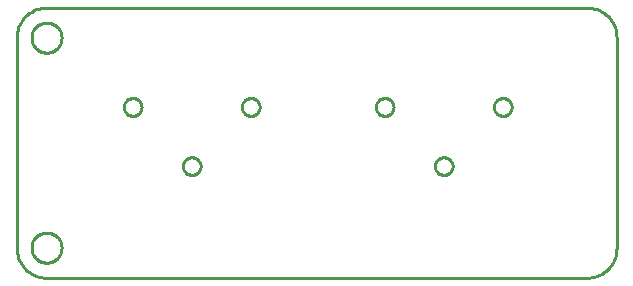
<source format=gbr>
G04 EAGLE Gerber RS-274X export*
G75*
%MOMM*%
%FSLAX34Y34*%
%LPD*%
%IN*%
%IPPOS*%
%AMOC8*
5,1,8,0,0,1.08239X$1,22.5*%
G01*
%ADD10C,0.254000*%


D10*
X0Y25400D02*
X97Y23186D01*
X386Y20989D01*
X865Y18826D01*
X1532Y16713D01*
X2380Y14666D01*
X3403Y12700D01*
X4594Y10831D01*
X5942Y9073D01*
X7440Y7440D01*
X9073Y5942D01*
X10831Y4594D01*
X12700Y3403D01*
X14666Y2380D01*
X16713Y1532D01*
X18826Y865D01*
X20989Y386D01*
X23186Y97D01*
X25400Y0D01*
X482600Y0D01*
X484814Y97D01*
X487011Y386D01*
X489174Y865D01*
X491287Y1532D01*
X493335Y2380D01*
X495300Y3403D01*
X497169Y4594D01*
X498927Y5942D01*
X500561Y7440D01*
X502058Y9073D01*
X503406Y10831D01*
X504597Y12700D01*
X505620Y14666D01*
X506468Y16713D01*
X507135Y18826D01*
X507614Y20989D01*
X507903Y23186D01*
X508000Y25400D01*
X508000Y203200D01*
X507903Y205414D01*
X507614Y207611D01*
X507135Y209774D01*
X506468Y211887D01*
X505620Y213935D01*
X504597Y215900D01*
X503406Y217769D01*
X502058Y219527D01*
X500561Y221161D01*
X498927Y222658D01*
X497169Y224006D01*
X495300Y225197D01*
X493335Y226220D01*
X491287Y227068D01*
X489174Y227735D01*
X487011Y228214D01*
X484814Y228503D01*
X482600Y228600D01*
X25400Y228600D01*
X23186Y228503D01*
X20989Y228214D01*
X18826Y227735D01*
X16713Y227068D01*
X14666Y226220D01*
X12700Y225197D01*
X10831Y224006D01*
X9073Y222658D01*
X7440Y221161D01*
X5942Y219527D01*
X4594Y217769D01*
X3403Y215900D01*
X2380Y213935D01*
X1532Y211887D01*
X865Y209774D01*
X386Y207611D01*
X97Y205414D01*
X0Y203200D01*
X0Y25400D01*
X12700Y202701D02*
X12778Y201706D01*
X12934Y200720D01*
X13167Y199750D01*
X13476Y198801D01*
X13858Y197879D01*
X14311Y196990D01*
X14832Y196139D01*
X15419Y195331D01*
X16067Y194573D01*
X16773Y193867D01*
X17531Y193219D01*
X18339Y192632D01*
X19190Y192111D01*
X20079Y191658D01*
X21001Y191276D01*
X21950Y190967D01*
X22920Y190734D01*
X23906Y190578D01*
X24901Y190500D01*
X25899Y190500D01*
X26894Y190578D01*
X27880Y190734D01*
X28850Y190967D01*
X29799Y191276D01*
X30721Y191658D01*
X31610Y192111D01*
X32461Y192632D01*
X33269Y193219D01*
X34027Y193867D01*
X34733Y194573D01*
X35381Y195331D01*
X35968Y196139D01*
X36489Y196990D01*
X36942Y197879D01*
X37324Y198801D01*
X37633Y199750D01*
X37866Y200720D01*
X38022Y201706D01*
X38100Y202701D01*
X38100Y203699D01*
X38022Y204694D01*
X37866Y205680D01*
X37633Y206650D01*
X37324Y207599D01*
X36942Y208521D01*
X36489Y209410D01*
X35968Y210261D01*
X35381Y211069D01*
X34733Y211827D01*
X34027Y212533D01*
X33269Y213181D01*
X32461Y213768D01*
X31610Y214289D01*
X30721Y214742D01*
X29799Y215124D01*
X28850Y215433D01*
X27880Y215666D01*
X26894Y215822D01*
X25899Y215900D01*
X24901Y215900D01*
X23906Y215822D01*
X22920Y215666D01*
X21950Y215433D01*
X21001Y215124D01*
X20079Y214742D01*
X19190Y214289D01*
X18339Y213768D01*
X17531Y213181D01*
X16773Y212533D01*
X16067Y211827D01*
X15419Y211069D01*
X14832Y210261D01*
X14311Y209410D01*
X13858Y208521D01*
X13476Y207599D01*
X13167Y206650D01*
X12934Y205680D01*
X12778Y204694D01*
X12700Y203699D01*
X12700Y202701D01*
X12700Y24901D02*
X12778Y23906D01*
X12934Y22920D01*
X13167Y21950D01*
X13476Y21001D01*
X13858Y20079D01*
X14311Y19190D01*
X14832Y18339D01*
X15419Y17531D01*
X16067Y16773D01*
X16773Y16067D01*
X17531Y15419D01*
X18339Y14832D01*
X19190Y14311D01*
X20079Y13858D01*
X21001Y13476D01*
X21950Y13167D01*
X22920Y12934D01*
X23906Y12778D01*
X24901Y12700D01*
X25899Y12700D01*
X26894Y12778D01*
X27880Y12934D01*
X28850Y13167D01*
X29799Y13476D01*
X30721Y13858D01*
X31610Y14311D01*
X32461Y14832D01*
X33269Y15419D01*
X34027Y16067D01*
X34733Y16773D01*
X35381Y17531D01*
X35968Y18339D01*
X36489Y19190D01*
X36942Y20079D01*
X37324Y21001D01*
X37633Y21950D01*
X37866Y22920D01*
X38022Y23906D01*
X38100Y24901D01*
X38100Y25899D01*
X38022Y26894D01*
X37866Y27880D01*
X37633Y28850D01*
X37324Y29799D01*
X36942Y30721D01*
X36489Y31610D01*
X35968Y32461D01*
X35381Y33269D01*
X34733Y34027D01*
X34027Y34733D01*
X33269Y35381D01*
X32461Y35968D01*
X31610Y36489D01*
X30721Y36942D01*
X29799Y37324D01*
X28850Y37633D01*
X27880Y37866D01*
X26894Y38022D01*
X25899Y38100D01*
X24901Y38100D01*
X23906Y38022D01*
X22920Y37866D01*
X21950Y37633D01*
X21001Y37324D01*
X20079Y36942D01*
X19190Y36489D01*
X18339Y35968D01*
X17531Y35381D01*
X16773Y34733D01*
X16067Y34027D01*
X15419Y33269D01*
X14832Y32461D01*
X14311Y31610D01*
X13858Y30721D01*
X13476Y29799D01*
X13167Y28850D01*
X12934Y27880D01*
X12778Y26894D01*
X12700Y25899D01*
X12700Y24901D01*
X312048Y136950D02*
X312782Y137022D01*
X313505Y137166D01*
X314210Y137380D01*
X314891Y137662D01*
X315540Y138009D01*
X316153Y138419D01*
X316723Y138886D01*
X317244Y139407D01*
X317711Y139977D01*
X318121Y140590D01*
X318468Y141239D01*
X318750Y141920D01*
X318964Y142625D01*
X319108Y143348D01*
X319180Y144082D01*
X319180Y144818D01*
X319108Y145552D01*
X318964Y146275D01*
X318750Y146980D01*
X318468Y147661D01*
X318121Y148310D01*
X317711Y148923D01*
X317244Y149493D01*
X316723Y150014D01*
X316153Y150481D01*
X315540Y150891D01*
X314891Y151238D01*
X314210Y151520D01*
X313505Y151734D01*
X312782Y151878D01*
X312048Y151950D01*
X311312Y151950D01*
X310578Y151878D01*
X309855Y151734D01*
X309150Y151520D01*
X308469Y151238D01*
X307820Y150891D01*
X307207Y150481D01*
X306637Y150014D01*
X306116Y149493D01*
X305649Y148923D01*
X305239Y148310D01*
X304892Y147661D01*
X304610Y146980D01*
X304396Y146275D01*
X304252Y145552D01*
X304180Y144818D01*
X304180Y144082D01*
X304252Y143348D01*
X304396Y142625D01*
X304610Y141920D01*
X304892Y141239D01*
X305239Y140590D01*
X305649Y139977D01*
X306116Y139407D01*
X306637Y138886D01*
X307207Y138419D01*
X307820Y138009D01*
X308469Y137662D01*
X309150Y137380D01*
X309855Y137166D01*
X310578Y137022D01*
X311312Y136950D01*
X312048Y136950D01*
X412048Y136950D02*
X412782Y137022D01*
X413505Y137166D01*
X414210Y137380D01*
X414891Y137662D01*
X415540Y138009D01*
X416153Y138419D01*
X416723Y138886D01*
X417244Y139407D01*
X417711Y139977D01*
X418121Y140590D01*
X418468Y141239D01*
X418750Y141920D01*
X418964Y142625D01*
X419108Y143348D01*
X419180Y144082D01*
X419180Y144818D01*
X419108Y145552D01*
X418964Y146275D01*
X418750Y146980D01*
X418468Y147661D01*
X418121Y148310D01*
X417711Y148923D01*
X417244Y149493D01*
X416723Y150014D01*
X416153Y150481D01*
X415540Y150891D01*
X414891Y151238D01*
X414210Y151520D01*
X413505Y151734D01*
X412782Y151878D01*
X412048Y151950D01*
X411312Y151950D01*
X410578Y151878D01*
X409855Y151734D01*
X409150Y151520D01*
X408469Y151238D01*
X407820Y150891D01*
X407207Y150481D01*
X406637Y150014D01*
X406116Y149493D01*
X405649Y148923D01*
X405239Y148310D01*
X404892Y147661D01*
X404610Y146980D01*
X404396Y146275D01*
X404252Y145552D01*
X404180Y144818D01*
X404180Y144082D01*
X404252Y143348D01*
X404396Y142625D01*
X404610Y141920D01*
X404892Y141239D01*
X405239Y140590D01*
X405649Y139977D01*
X406116Y139407D01*
X406637Y138886D01*
X407207Y138419D01*
X407820Y138009D01*
X408469Y137662D01*
X409150Y137380D01*
X409855Y137166D01*
X410578Y137022D01*
X411312Y136950D01*
X412048Y136950D01*
X362048Y86950D02*
X362782Y87022D01*
X363505Y87166D01*
X364210Y87380D01*
X364891Y87662D01*
X365540Y88009D01*
X366153Y88419D01*
X366723Y88886D01*
X367244Y89407D01*
X367711Y89977D01*
X368121Y90590D01*
X368468Y91239D01*
X368750Y91920D01*
X368964Y92625D01*
X369108Y93348D01*
X369180Y94082D01*
X369180Y94818D01*
X369108Y95552D01*
X368964Y96275D01*
X368750Y96980D01*
X368468Y97661D01*
X368121Y98310D01*
X367711Y98923D01*
X367244Y99493D01*
X366723Y100014D01*
X366153Y100481D01*
X365540Y100891D01*
X364891Y101238D01*
X364210Y101520D01*
X363505Y101734D01*
X362782Y101878D01*
X362048Y101950D01*
X361312Y101950D01*
X360578Y101878D01*
X359855Y101734D01*
X359150Y101520D01*
X358469Y101238D01*
X357820Y100891D01*
X357207Y100481D01*
X356637Y100014D01*
X356116Y99493D01*
X355649Y98923D01*
X355239Y98310D01*
X354892Y97661D01*
X354610Y96980D01*
X354396Y96275D01*
X354252Y95552D01*
X354180Y94818D01*
X354180Y94082D01*
X354252Y93348D01*
X354396Y92625D01*
X354610Y91920D01*
X354892Y91239D01*
X355239Y90590D01*
X355649Y89977D01*
X356116Y89407D01*
X356637Y88886D01*
X357207Y88419D01*
X357820Y88009D01*
X358469Y87662D01*
X359150Y87380D01*
X359855Y87166D01*
X360578Y87022D01*
X361312Y86950D01*
X362048Y86950D01*
X98688Y136950D02*
X99422Y137022D01*
X100145Y137166D01*
X100850Y137380D01*
X101531Y137662D01*
X102180Y138009D01*
X102793Y138419D01*
X103363Y138886D01*
X103884Y139407D01*
X104351Y139977D01*
X104761Y140590D01*
X105108Y141239D01*
X105390Y141920D01*
X105604Y142625D01*
X105748Y143348D01*
X105820Y144082D01*
X105820Y144818D01*
X105748Y145552D01*
X105604Y146275D01*
X105390Y146980D01*
X105108Y147661D01*
X104761Y148310D01*
X104351Y148923D01*
X103884Y149493D01*
X103363Y150014D01*
X102793Y150481D01*
X102180Y150891D01*
X101531Y151238D01*
X100850Y151520D01*
X100145Y151734D01*
X99422Y151878D01*
X98688Y151950D01*
X97952Y151950D01*
X97218Y151878D01*
X96495Y151734D01*
X95790Y151520D01*
X95109Y151238D01*
X94460Y150891D01*
X93847Y150481D01*
X93277Y150014D01*
X92756Y149493D01*
X92289Y148923D01*
X91879Y148310D01*
X91532Y147661D01*
X91250Y146980D01*
X91036Y146275D01*
X90892Y145552D01*
X90820Y144818D01*
X90820Y144082D01*
X90892Y143348D01*
X91036Y142625D01*
X91250Y141920D01*
X91532Y141239D01*
X91879Y140590D01*
X92289Y139977D01*
X92756Y139407D01*
X93277Y138886D01*
X93847Y138419D01*
X94460Y138009D01*
X95109Y137662D01*
X95790Y137380D01*
X96495Y137166D01*
X97218Y137022D01*
X97952Y136950D01*
X98688Y136950D01*
X198688Y136950D02*
X199422Y137022D01*
X200145Y137166D01*
X200850Y137380D01*
X201531Y137662D01*
X202180Y138009D01*
X202793Y138419D01*
X203363Y138886D01*
X203884Y139407D01*
X204351Y139977D01*
X204761Y140590D01*
X205108Y141239D01*
X205390Y141920D01*
X205604Y142625D01*
X205748Y143348D01*
X205820Y144082D01*
X205820Y144818D01*
X205748Y145552D01*
X205604Y146275D01*
X205390Y146980D01*
X205108Y147661D01*
X204761Y148310D01*
X204351Y148923D01*
X203884Y149493D01*
X203363Y150014D01*
X202793Y150481D01*
X202180Y150891D01*
X201531Y151238D01*
X200850Y151520D01*
X200145Y151734D01*
X199422Y151878D01*
X198688Y151950D01*
X197952Y151950D01*
X197218Y151878D01*
X196495Y151734D01*
X195790Y151520D01*
X195109Y151238D01*
X194460Y150891D01*
X193847Y150481D01*
X193277Y150014D01*
X192756Y149493D01*
X192289Y148923D01*
X191879Y148310D01*
X191532Y147661D01*
X191250Y146980D01*
X191036Y146275D01*
X190892Y145552D01*
X190820Y144818D01*
X190820Y144082D01*
X190892Y143348D01*
X191036Y142625D01*
X191250Y141920D01*
X191532Y141239D01*
X191879Y140590D01*
X192289Y139977D01*
X192756Y139407D01*
X193277Y138886D01*
X193847Y138419D01*
X194460Y138009D01*
X195109Y137662D01*
X195790Y137380D01*
X196495Y137166D01*
X197218Y137022D01*
X197952Y136950D01*
X198688Y136950D01*
X148688Y86950D02*
X149422Y87022D01*
X150145Y87166D01*
X150850Y87380D01*
X151531Y87662D01*
X152180Y88009D01*
X152793Y88419D01*
X153363Y88886D01*
X153884Y89407D01*
X154351Y89977D01*
X154761Y90590D01*
X155108Y91239D01*
X155390Y91920D01*
X155604Y92625D01*
X155748Y93348D01*
X155820Y94082D01*
X155820Y94818D01*
X155748Y95552D01*
X155604Y96275D01*
X155390Y96980D01*
X155108Y97661D01*
X154761Y98310D01*
X154351Y98923D01*
X153884Y99493D01*
X153363Y100014D01*
X152793Y100481D01*
X152180Y100891D01*
X151531Y101238D01*
X150850Y101520D01*
X150145Y101734D01*
X149422Y101878D01*
X148688Y101950D01*
X147952Y101950D01*
X147218Y101878D01*
X146495Y101734D01*
X145790Y101520D01*
X145109Y101238D01*
X144460Y100891D01*
X143847Y100481D01*
X143277Y100014D01*
X142756Y99493D01*
X142289Y98923D01*
X141879Y98310D01*
X141532Y97661D01*
X141250Y96980D01*
X141036Y96275D01*
X140892Y95552D01*
X140820Y94818D01*
X140820Y94082D01*
X140892Y93348D01*
X141036Y92625D01*
X141250Y91920D01*
X141532Y91239D01*
X141879Y90590D01*
X142289Y89977D01*
X142756Y89407D01*
X143277Y88886D01*
X143847Y88419D01*
X144460Y88009D01*
X145109Y87662D01*
X145790Y87380D01*
X146495Y87166D01*
X147218Y87022D01*
X147952Y86950D01*
X148688Y86950D01*
M02*

</source>
